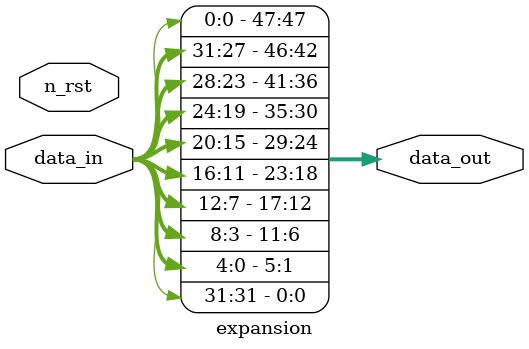
<source format=sv>

module expansion
(
	input wire n_rst,
	input wire [31:0] data_in,
	output wire [47:0] data_out
);

assign data_out = {
		data_in[0],  data_in[31:28], data_in[27],
		data_in[28], data_in[27:24], data_in[23],
		data_in[24], data_in[23:20], data_in[19],
		data_in[20], data_in[19:16], data_in[15],
		data_in[16], data_in[15:12], data_in[11],
		data_in[12], data_in[11:8],  data_in[7],
		data_in[8],  data_in[7:4],   data_in[3],
		data_in[4],  data_in[3:0],   data_in[31]};	

endmodule

</source>
